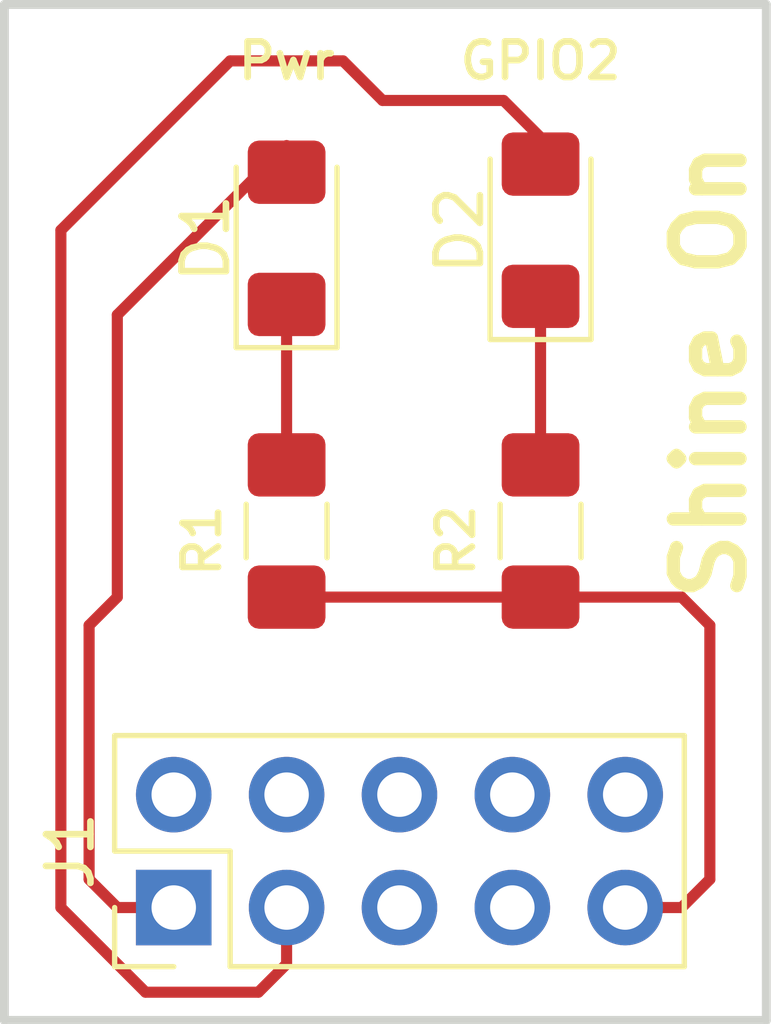
<source format=kicad_pcb>
(kicad_pcb (version 20171130) (host pcbnew "(5.0.1)-4")

  (general
    (thickness 1.6)
    (drawings 7)
    (tracks 24)
    (zones 0)
    (modules 5)
    (nets 13)
  )

  (page A4)
  (layers
    (0 F.Cu signal)
    (31 B.Cu signal)
    (32 B.Adhes user)
    (33 F.Adhes user)
    (34 B.Paste user)
    (35 F.Paste user)
    (36 B.SilkS user)
    (37 F.SilkS user)
    (38 B.Mask user)
    (39 F.Mask user)
    (40 Dwgs.User user)
    (41 Cmts.User user)
    (42 Eco1.User user)
    (43 Eco2.User user)
    (44 Edge.Cuts user)
    (45 Margin user)
    (46 B.CrtYd user)
    (47 F.CrtYd user)
    (48 B.Fab user)
    (49 F.Fab user)
  )

  (setup
    (last_trace_width 0.25)
    (trace_clearance 0.2)
    (zone_clearance 0.508)
    (zone_45_only no)
    (trace_min 0.2)
    (segment_width 0.2)
    (edge_width 0.15)
    (via_size 0.8)
    (via_drill 0.4)
    (via_min_size 0.4)
    (via_min_drill 0.3)
    (uvia_size 0.3)
    (uvia_drill 0.1)
    (uvias_allowed no)
    (uvia_min_size 0.2)
    (uvia_min_drill 0.1)
    (pcb_text_width 0.3)
    (pcb_text_size 1.5 1.5)
    (mod_edge_width 0.15)
    (mod_text_size 1 1)
    (mod_text_width 0.15)
    (pad_size 1.524 1.524)
    (pad_drill 0.762)
    (pad_to_mask_clearance 0.051)
    (solder_mask_min_width 0.25)
    (aux_axis_origin 0 0)
    (visible_elements FFFFFF7F)
    (pcbplotparams
      (layerselection 0x010fc_ffffffff)
      (usegerberextensions false)
      (usegerberattributes false)
      (usegerberadvancedattributes false)
      (creategerberjobfile false)
      (excludeedgelayer true)
      (linewidth 0.100000)
      (plotframeref false)
      (viasonmask false)
      (mode 1)
      (useauxorigin false)
      (hpglpennumber 1)
      (hpglpenspeed 20)
      (hpglpendiameter 15.000000)
      (psnegative false)
      (psa4output false)
      (plotreference true)
      (plotvalue true)
      (plotinvisibletext false)
      (padsonsilk false)
      (subtractmaskfromsilk false)
      (outputformat 1)
      (mirror false)
      (drillshape 1)
      (scaleselection 1)
      (outputdirectory ""))
  )

  (net 0 "")
  (net 1 "Net-(D1-Pad1)")
  (net 2 "Net-(D1-Pad2)")
  (net 3 "Net-(D2-Pad2)")
  (net 4 "Net-(D2-Pad1)")
  (net 5 "Net-(J1-Pad2)")
  (net 6 "Net-(J1-Pad4)")
  (net 7 "Net-(J1-Pad5)")
  (net 8 "Net-(J1-Pad6)")
  (net 9 "Net-(J1-Pad7)")
  (net 10 "Net-(J1-Pad8)")
  (net 11 "Net-(J1-Pad9)")
  (net 12 "Net-(J1-Pad10)")

  (net_class Default "This is the default net class."
    (clearance 0.2)
    (trace_width 0.25)
    (via_dia 0.8)
    (via_drill 0.4)
    (uvia_dia 0.3)
    (uvia_drill 0.1)
    (add_net "Net-(D1-Pad1)")
    (add_net "Net-(D1-Pad2)")
    (add_net "Net-(D2-Pad1)")
    (add_net "Net-(D2-Pad2)")
    (add_net "Net-(J1-Pad10)")
    (add_net "Net-(J1-Pad2)")
    (add_net "Net-(J1-Pad4)")
    (add_net "Net-(J1-Pad5)")
    (add_net "Net-(J1-Pad6)")
    (add_net "Net-(J1-Pad7)")
    (add_net "Net-(J1-Pad8)")
    (add_net "Net-(J1-Pad9)")
  )

  (module Connector_PinHeader_2.54mm:PinHeader_2x05_P2.54mm_Vertical (layer F.Cu) (tedit 59FED5CC) (tstamp 5BFFA7D2)
    (at 113.665 80.01 90)
    (descr "Through hole straight pin header, 2x05, 2.54mm pitch, double rows")
    (tags "Through hole pin header THT 2x05 2.54mm double row")
    (path /5BF32CC2)
    (fp_text reference J1 (at 1.27 -2.33 90) (layer F.SilkS)
      (effects (font (size 1 1) (thickness 0.15)))
    )
    (fp_text value Conn_02x05_Odd_Even (at 1.905 15.24 90) (layer F.Fab) hide
      (effects (font (size 1 1) (thickness 0.15)))
    )
    (fp_text user %R (at 1.27 5.08 180) (layer F.Fab)
      (effects (font (size 1 1) (thickness 0.15)))
    )
    (fp_line (start 4.35 -1.8) (end -1.8 -1.8) (layer F.CrtYd) (width 0.05))
    (fp_line (start 4.35 11.95) (end 4.35 -1.8) (layer F.CrtYd) (width 0.05))
    (fp_line (start -1.8 11.95) (end 4.35 11.95) (layer F.CrtYd) (width 0.05))
    (fp_line (start -1.8 -1.8) (end -1.8 11.95) (layer F.CrtYd) (width 0.05))
    (fp_line (start -1.33 -1.33) (end 0 -1.33) (layer F.SilkS) (width 0.12))
    (fp_line (start -1.33 0) (end -1.33 -1.33) (layer F.SilkS) (width 0.12))
    (fp_line (start 1.27 -1.33) (end 3.87 -1.33) (layer F.SilkS) (width 0.12))
    (fp_line (start 1.27 1.27) (end 1.27 -1.33) (layer F.SilkS) (width 0.12))
    (fp_line (start -1.33 1.27) (end 1.27 1.27) (layer F.SilkS) (width 0.12))
    (fp_line (start 3.87 -1.33) (end 3.87 11.49) (layer F.SilkS) (width 0.12))
    (fp_line (start -1.33 1.27) (end -1.33 11.49) (layer F.SilkS) (width 0.12))
    (fp_line (start -1.33 11.49) (end 3.87 11.49) (layer F.SilkS) (width 0.12))
    (fp_line (start -1.27 0) (end 0 -1.27) (layer F.Fab) (width 0.1))
    (fp_line (start -1.27 11.43) (end -1.27 0) (layer F.Fab) (width 0.1))
    (fp_line (start 3.81 11.43) (end -1.27 11.43) (layer F.Fab) (width 0.1))
    (fp_line (start 3.81 -1.27) (end 3.81 11.43) (layer F.Fab) (width 0.1))
    (fp_line (start 0 -1.27) (end 3.81 -1.27) (layer F.Fab) (width 0.1))
    (pad 10 thru_hole oval (at 2.54 10.16 90) (size 1.7 1.7) (drill 1) (layers *.Cu *.Mask)
      (net 12 "Net-(J1-Pad10)"))
    (pad 9 thru_hole oval (at 0 10.16 90) (size 1.7 1.7) (drill 1) (layers *.Cu *.Mask)
      (net 11 "Net-(J1-Pad9)"))
    (pad 8 thru_hole oval (at 2.54 7.62 90) (size 1.7 1.7) (drill 1) (layers *.Cu *.Mask)
      (net 10 "Net-(J1-Pad8)"))
    (pad 7 thru_hole oval (at 0 7.62 90) (size 1.7 1.7) (drill 1) (layers *.Cu *.Mask)
      (net 9 "Net-(J1-Pad7)"))
    (pad 6 thru_hole oval (at 2.54 5.08 90) (size 1.7 1.7) (drill 1) (layers *.Cu *.Mask)
      (net 8 "Net-(J1-Pad6)"))
    (pad 5 thru_hole oval (at 0 5.08 90) (size 1.7 1.7) (drill 1) (layers *.Cu *.Mask)
      (net 7 "Net-(J1-Pad5)"))
    (pad 4 thru_hole oval (at 2.54 2.54 90) (size 1.7 1.7) (drill 1) (layers *.Cu *.Mask)
      (net 6 "Net-(J1-Pad4)"))
    (pad 3 thru_hole oval (at 0 2.54 90) (size 1.7 1.7) (drill 1) (layers *.Cu *.Mask)
      (net 3 "Net-(D2-Pad2)"))
    (pad 2 thru_hole oval (at 2.54 0 90) (size 1.7 1.7) (drill 1) (layers *.Cu *.Mask)
      (net 5 "Net-(J1-Pad2)"))
    (pad 1 thru_hole rect (at 0 0 90) (size 1.7 1.7) (drill 1) (layers *.Cu *.Mask)
      (net 2 "Net-(D1-Pad2)"))
    (model ${KISYS3DMOD}/Connector_PinHeader_2.54mm.3dshapes/PinHeader_2x05_P2.54mm_Vertical.wrl
      (at (xyz 0 0 0))
      (scale (xyz 1 1 1))
      (rotate (xyz 0 0 0))
    )
  )

  (module Resistor_SMD:R_1206_3216Metric_Pad1.42x1.75mm_HandSolder (layer F.Cu) (tedit 5B301BBD) (tstamp 5BFFA7E3)
    (at 116.205 71.5375 270)
    (descr "Resistor SMD 1206 (3216 Metric), square (rectangular) end terminal, IPC_7351 nominal with elongated pad for handsoldering. (Body size source: http://www.tortai-tech.com/upload/download/2011102023233369053.pdf), generated with kicad-footprint-generator")
    (tags "resistor handsolder")
    (path /5BF32A5F)
    (attr smd)
    (fp_text reference R1 (at 0.2175 1.905 270) (layer F.SilkS)
      (effects (font (size 0.8 0.8) (thickness 0.15)))
    )
    (fp_text value 200 (at 0 1.82 270) (layer F.Fab) hide
      (effects (font (size 1 1) (thickness 0.15)))
    )
    (fp_text user %R (at 0 0 270) (layer F.Fab)
      (effects (font (size 0.8 0.8) (thickness 0.12)))
    )
    (fp_line (start 2.45 1.12) (end -2.45 1.12) (layer F.CrtYd) (width 0.05))
    (fp_line (start 2.45 -1.12) (end 2.45 1.12) (layer F.CrtYd) (width 0.05))
    (fp_line (start -2.45 -1.12) (end 2.45 -1.12) (layer F.CrtYd) (width 0.05))
    (fp_line (start -2.45 1.12) (end -2.45 -1.12) (layer F.CrtYd) (width 0.05))
    (fp_line (start -0.602064 0.91) (end 0.602064 0.91) (layer F.SilkS) (width 0.12))
    (fp_line (start -0.602064 -0.91) (end 0.602064 -0.91) (layer F.SilkS) (width 0.12))
    (fp_line (start 1.6 0.8) (end -1.6 0.8) (layer F.Fab) (width 0.1))
    (fp_line (start 1.6 -0.8) (end 1.6 0.8) (layer F.Fab) (width 0.1))
    (fp_line (start -1.6 -0.8) (end 1.6 -0.8) (layer F.Fab) (width 0.1))
    (fp_line (start -1.6 0.8) (end -1.6 -0.8) (layer F.Fab) (width 0.1))
    (pad 2 smd roundrect (at 1.4875 0 270) (size 1.425 1.75) (layers F.Cu F.Paste F.Mask) (roundrect_rratio 0.175439)
      (net 11 "Net-(J1-Pad9)"))
    (pad 1 smd roundrect (at -1.4875 0 270) (size 1.425 1.75) (layers F.Cu F.Paste F.Mask) (roundrect_rratio 0.175439)
      (net 1 "Net-(D1-Pad1)"))
    (model ${KISYS3DMOD}/Resistor_SMD.3dshapes/R_1206_3216Metric.wrl
      (at (xyz 0 0 0))
      (scale (xyz 1 1 1))
      (rotate (xyz 0 0 0))
    )
  )

  (module Resistor_SMD:R_1206_3216Metric_Pad1.42x1.75mm_HandSolder (layer F.Cu) (tedit 5B301BBD) (tstamp 5BFFA7F4)
    (at 121.92 71.5375 270)
    (descr "Resistor SMD 1206 (3216 Metric), square (rectangular) end terminal, IPC_7351 nominal with elongated pad for handsoldering. (Body size source: http://www.tortai-tech.com/upload/download/2011102023233369053.pdf), generated with kicad-footprint-generator")
    (tags "resistor handsolder")
    (path /5BF32AA3)
    (attr smd)
    (fp_text reference R2 (at 0.2175 1.905 270) (layer F.SilkS)
      (effects (font (size 0.8 0.8) (thickness 0.15)))
    )
    (fp_text value 200 (at 0 1.82 270) (layer F.Fab) hide
      (effects (font (size 1 1) (thickness 0.15)))
    )
    (fp_text user %R (at 0 0 270) (layer F.Fab)
      (effects (font (size 0.8 0.8) (thickness 0.12)))
    )
    (fp_line (start 2.45 1.12) (end -2.45 1.12) (layer F.CrtYd) (width 0.05))
    (fp_line (start 2.45 -1.12) (end 2.45 1.12) (layer F.CrtYd) (width 0.05))
    (fp_line (start -2.45 -1.12) (end 2.45 -1.12) (layer F.CrtYd) (width 0.05))
    (fp_line (start -2.45 1.12) (end -2.45 -1.12) (layer F.CrtYd) (width 0.05))
    (fp_line (start -0.602064 0.91) (end 0.602064 0.91) (layer F.SilkS) (width 0.12))
    (fp_line (start -0.602064 -0.91) (end 0.602064 -0.91) (layer F.SilkS) (width 0.12))
    (fp_line (start 1.6 0.8) (end -1.6 0.8) (layer F.Fab) (width 0.1))
    (fp_line (start 1.6 -0.8) (end 1.6 0.8) (layer F.Fab) (width 0.1))
    (fp_line (start -1.6 -0.8) (end 1.6 -0.8) (layer F.Fab) (width 0.1))
    (fp_line (start -1.6 0.8) (end -1.6 -0.8) (layer F.Fab) (width 0.1))
    (pad 2 smd roundrect (at 1.4875 0 270) (size 1.425 1.75) (layers F.Cu F.Paste F.Mask) (roundrect_rratio 0.175439)
      (net 11 "Net-(J1-Pad9)"))
    (pad 1 smd roundrect (at -1.4875 0 270) (size 1.425 1.75) (layers F.Cu F.Paste F.Mask) (roundrect_rratio 0.175439)
      (net 4 "Net-(D2-Pad1)"))
    (model ${KISYS3DMOD}/Resistor_SMD.3dshapes/R_1206_3216Metric.wrl
      (at (xyz 0 0 0))
      (scale (xyz 1 1 1))
      (rotate (xyz 0 0 0))
    )
  )

  (module LED_SMD:LED_1206_3216Metric_Pad1.42x1.75mm_HandSolder (layer F.Cu) (tedit 5B4B45C9) (tstamp 5BFFB313)
    (at 116.205 64.9525 90)
    (descr "LED SMD 1206 (3216 Metric), square (rectangular) end terminal, IPC_7351 nominal, (Body size source: http://www.tortai-tech.com/upload/download/2011102023233369053.pdf), generated with kicad-footprint-generator")
    (tags "LED handsolder")
    (path /5BF328D5)
    (attr smd)
    (fp_text reference D1 (at 0 -1.82 90) (layer F.SilkS)
      (effects (font (size 1 1) (thickness 0.15)))
    )
    (fp_text value LED (at 0 1.82 90) (layer F.Fab)
      (effects (font (size 1 1) (thickness 0.15)))
    )
    (fp_line (start 1.6 -0.8) (end -1.2 -0.8) (layer F.Fab) (width 0.1))
    (fp_line (start -1.2 -0.8) (end -1.6 -0.4) (layer F.Fab) (width 0.1))
    (fp_line (start -1.6 -0.4) (end -1.6 0.8) (layer F.Fab) (width 0.1))
    (fp_line (start -1.6 0.8) (end 1.6 0.8) (layer F.Fab) (width 0.1))
    (fp_line (start 1.6 0.8) (end 1.6 -0.8) (layer F.Fab) (width 0.1))
    (fp_line (start 1.6 -1.135) (end -2.46 -1.135) (layer F.SilkS) (width 0.12))
    (fp_line (start -2.46 -1.135) (end -2.46 1.135) (layer F.SilkS) (width 0.12))
    (fp_line (start -2.46 1.135) (end 1.6 1.135) (layer F.SilkS) (width 0.12))
    (fp_line (start -2.45 1.12) (end -2.45 -1.12) (layer F.CrtYd) (width 0.05))
    (fp_line (start -2.45 -1.12) (end 2.45 -1.12) (layer F.CrtYd) (width 0.05))
    (fp_line (start 2.45 -1.12) (end 2.45 1.12) (layer F.CrtYd) (width 0.05))
    (fp_line (start 2.45 1.12) (end -2.45 1.12) (layer F.CrtYd) (width 0.05))
    (fp_text user %R (at 0 0 90) (layer F.Fab)
      (effects (font (size 0.8 0.8) (thickness 0.12)))
    )
    (pad 1 smd roundrect (at -1.4875 0 90) (size 1.425 1.75) (layers F.Cu F.Paste F.Mask) (roundrect_rratio 0.175439)
      (net 1 "Net-(D1-Pad1)"))
    (pad 2 smd roundrect (at 1.4875 0 90) (size 1.425 1.75) (layers F.Cu F.Paste F.Mask) (roundrect_rratio 0.175439)
      (net 2 "Net-(D1-Pad2)"))
    (model ${KISYS3DMOD}/LED_SMD.3dshapes/LED_1206_3216Metric.wrl
      (at (xyz 0 0 0))
      (scale (xyz 1 1 1))
      (rotate (xyz 0 0 0))
    )
  )

  (module LED_SMD:LED_1206_3216Metric_Pad1.42x1.75mm_HandSolder (layer F.Cu) (tedit 5B4B45C9) (tstamp 5BFFB325)
    (at 121.92 64.77 90)
    (descr "LED SMD 1206 (3216 Metric), square (rectangular) end terminal, IPC_7351 nominal, (Body size source: http://www.tortai-tech.com/upload/download/2011102023233369053.pdf), generated with kicad-footprint-generator")
    (tags "LED handsolder")
    (path /5BF3292B)
    (attr smd)
    (fp_text reference D2 (at 0 -1.82 90) (layer F.SilkS)
      (effects (font (size 1 1) (thickness 0.15)))
    )
    (fp_text value LED (at 0 1.82 90) (layer F.Fab)
      (effects (font (size 1 1) (thickness 0.15)))
    )
    (fp_text user %R (at 0 0 90) (layer F.Fab)
      (effects (font (size 0.8 0.8) (thickness 0.12)))
    )
    (fp_line (start 2.45 1.12) (end -2.45 1.12) (layer F.CrtYd) (width 0.05))
    (fp_line (start 2.45 -1.12) (end 2.45 1.12) (layer F.CrtYd) (width 0.05))
    (fp_line (start -2.45 -1.12) (end 2.45 -1.12) (layer F.CrtYd) (width 0.05))
    (fp_line (start -2.45 1.12) (end -2.45 -1.12) (layer F.CrtYd) (width 0.05))
    (fp_line (start -2.46 1.135) (end 1.6 1.135) (layer F.SilkS) (width 0.12))
    (fp_line (start -2.46 -1.135) (end -2.46 1.135) (layer F.SilkS) (width 0.12))
    (fp_line (start 1.6 -1.135) (end -2.46 -1.135) (layer F.SilkS) (width 0.12))
    (fp_line (start 1.6 0.8) (end 1.6 -0.8) (layer F.Fab) (width 0.1))
    (fp_line (start -1.6 0.8) (end 1.6 0.8) (layer F.Fab) (width 0.1))
    (fp_line (start -1.6 -0.4) (end -1.6 0.8) (layer F.Fab) (width 0.1))
    (fp_line (start -1.2 -0.8) (end -1.6 -0.4) (layer F.Fab) (width 0.1))
    (fp_line (start 1.6 -0.8) (end -1.2 -0.8) (layer F.Fab) (width 0.1))
    (pad 2 smd roundrect (at 1.4875 0 90) (size 1.425 1.75) (layers F.Cu F.Paste F.Mask) (roundrect_rratio 0.175439)
      (net 3 "Net-(D2-Pad2)"))
    (pad 1 smd roundrect (at -1.4875 0 90) (size 1.425 1.75) (layers F.Cu F.Paste F.Mask) (roundrect_rratio 0.175439)
      (net 4 "Net-(D2-Pad1)"))
    (model ${KISYS3DMOD}/LED_SMD.3dshapes/LED_1206_3216Metric.wrl
      (at (xyz 0 0 0))
      (scale (xyz 1 1 1))
      (rotate (xyz 0 0 0))
    )
  )

  (gr_text GPIO2 (at 121.92 60.96) (layer F.SilkS) (tstamp 5BFFAF3C)
    (effects (font (size 0.8 0.8) (thickness 0.15)))
  )
  (gr_text Pwr (at 116.205 60.96) (layer F.SilkS)
    (effects (font (size 0.8 0.8) (thickness 0.15)))
  )
  (gr_text "Shine On" (at 125.73 67.945 90) (layer F.SilkS)
    (effects (font (size 1.5 1.5) (thickness 0.3)))
  )
  (gr_line (start 109.855 82.55) (end 127 82.55) (layer Edge.Cuts) (width 0.2))
  (gr_line (start 109.855 59.69) (end 109.855 82.55) (layer Edge.Cuts) (width 0.2))
  (gr_line (start 127 59.69) (end 109.855 59.69) (layer Edge.Cuts) (width 0.2))
  (gr_line (start 127 82.55) (end 127 59.69) (layer Edge.Cuts) (width 0.2))

  (segment (start 116.205 67.04) (end 116.205 70.05) (width 0.25) (layer F.Cu) (net 1))
  (segment (start 116.205 62.865) (end 112.395 66.675) (width 0.25) (layer F.Cu) (net 2))
  (segment (start 112.395 66.675) (end 112.395 73.025) (width 0.25) (layer F.Cu) (net 2))
  (segment (start 112.395 73.025) (end 111.76 73.66) (width 0.25) (layer F.Cu) (net 2))
  (segment (start 111.76 73.66) (end 111.76 79.375) (width 0.25) (layer F.Cu) (net 2))
  (segment (start 112.395 80.01) (end 113.665 80.01) (width 0.25) (layer F.Cu) (net 2))
  (segment (start 111.76 79.375) (end 112.395 80.01) (width 0.25) (layer F.Cu) (net 2))
  (segment (start 113.03 81.915) (end 115.57 81.915) (width 0.25) (layer F.Cu) (net 3))
  (segment (start 111.125 80.01) (end 113.03 81.915) (width 0.25) (layer F.Cu) (net 3))
  (segment (start 121.088141 61.850641) (end 118.365641 61.850641) (width 0.25) (layer F.Cu) (net 3))
  (segment (start 116.205 81.28) (end 116.205 80.01) (width 0.25) (layer F.Cu) (net 3))
  (segment (start 118.365641 61.850641) (end 117.475 60.96) (width 0.25) (layer F.Cu) (net 3))
  (segment (start 115.57 81.915) (end 116.205 81.28) (width 0.25) (layer F.Cu) (net 3))
  (segment (start 117.475 60.96) (end 114.935 60.96) (width 0.25) (layer F.Cu) (net 3))
  (segment (start 114.935 60.96) (end 111.125 64.77) (width 0.25) (layer F.Cu) (net 3))
  (segment (start 121.92 62.6825) (end 121.088141 61.850641) (width 0.25) (layer F.Cu) (net 3))
  (segment (start 111.125 64.77) (end 111.125 80.01) (width 0.25) (layer F.Cu) (net 3))
  (segment (start 121.92 66.8575) (end 121.92 70.05) (width 0.25) (layer F.Cu) (net 4))
  (segment (start 116.205 73.025) (end 121.92 73.025) (width 0.25) (layer F.Cu) (net 11))
  (segment (start 125.095 80.01) (end 123.825 80.01) (width 0.25) (layer F.Cu) (net 11))
  (segment (start 125.73 79.375) (end 125.095 80.01) (width 0.25) (layer F.Cu) (net 11))
  (segment (start 125.73 73.66) (end 125.73 79.375) (width 0.25) (layer F.Cu) (net 11))
  (segment (start 121.92 73.025) (end 125.095 73.025) (width 0.25) (layer F.Cu) (net 11))
  (segment (start 125.095 73.025) (end 125.73 73.66) (width 0.25) (layer F.Cu) (net 11))

)

</source>
